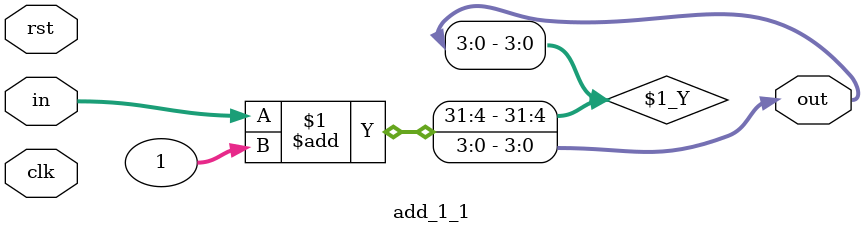
<source format=v>
module add_1_1(
    input [3:0] in,
    output [3:0] out,
    input clk,
    input rst
    );
    assign out = in + 1;
endmodule
</source>
